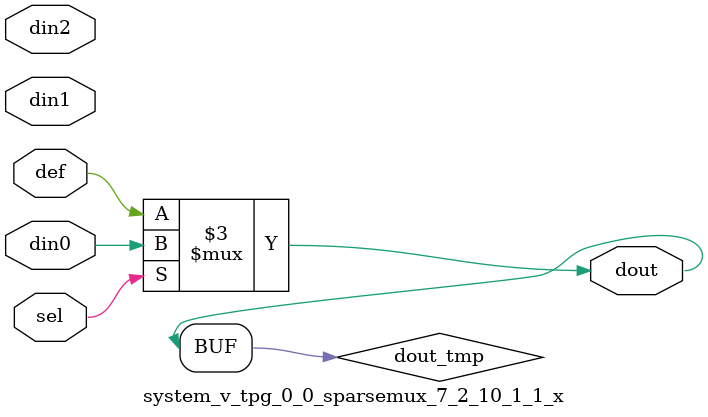
<source format=v>
`timescale 1ns / 1ps

module system_v_tpg_0_0_sparsemux_7_2_10_1_1_x (din0,din1,din2,def,sel,dout);

parameter din0_WIDTH = 1;

parameter din1_WIDTH = 1;

parameter din2_WIDTH = 1;

parameter def_WIDTH = 1;
parameter sel_WIDTH = 1;
parameter dout_WIDTH = 1;

parameter [sel_WIDTH-1:0] CASE0 = 1;

parameter [sel_WIDTH-1:0] CASE1 = 1;

parameter [sel_WIDTH-1:0] CASE2 = 1;

parameter ID = 1;
parameter NUM_STAGE = 1;



input [din0_WIDTH-1:0] din0;

input [din1_WIDTH-1:0] din1;

input [din2_WIDTH-1:0] din2;

input [def_WIDTH-1:0] def;
input [sel_WIDTH-1:0] sel;

output [dout_WIDTH-1:0] dout;



reg [dout_WIDTH-1:0] dout_tmp;


always @ (*) begin
(* parallel_case *) case (sel)
    
    CASE0 : dout_tmp = din0;
    
    CASE1 : dout_tmp = din1;
    
    CASE2 : dout_tmp = din2;
    
    default : dout_tmp = def;
endcase
end


assign dout = dout_tmp;



endmodule

</source>
